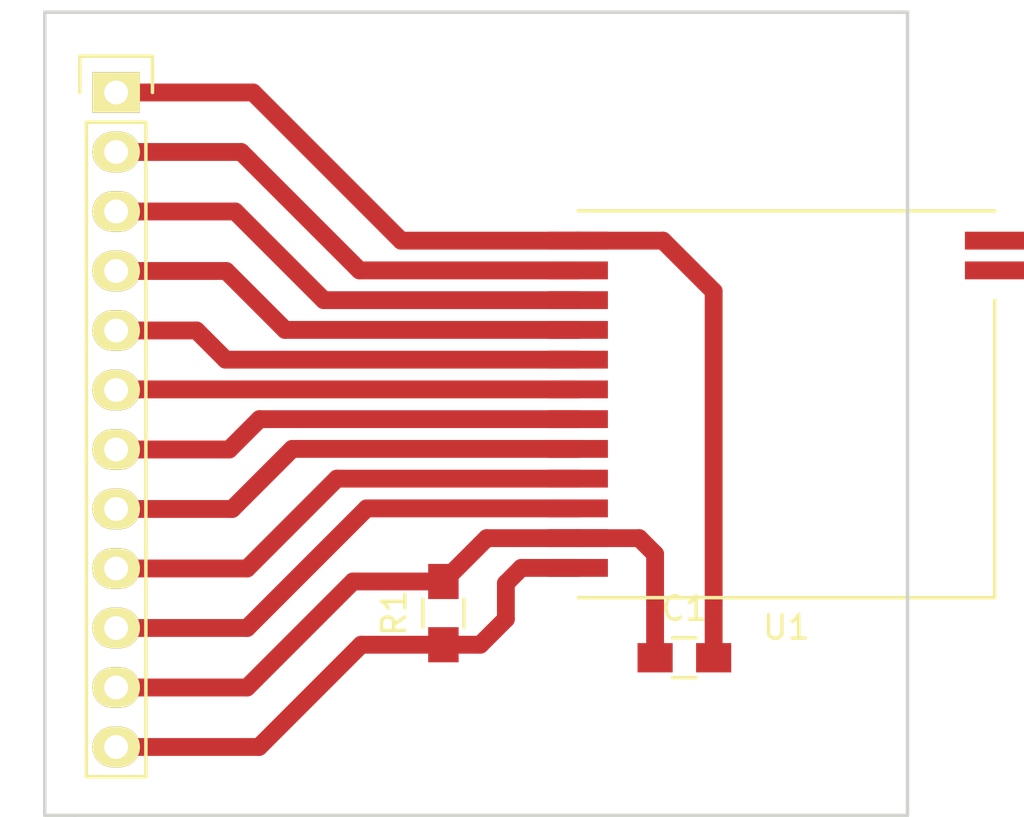
<source format=kicad_pcb>
(kicad_pcb (version 4) (host pcbnew 4.0.2+e4-6225~38~ubuntu15.10.1-stable)

  (general
    (links 16)
    (no_connects 0)
    (area 123.669667 92.454 167.7511 129.615001)
    (thickness 1.6)
    (drawings 5)
    (tracks 48)
    (zones 0)
    (modules 4)
    (nets 15)
  )

  (page A4)
  (layers
    (0 F.Cu signal)
    (31 B.Cu signal)
    (32 B.Adhes user)
    (33 F.Adhes user)
    (34 B.Paste user)
    (35 F.Paste user)
    (36 B.SilkS user)
    (37 F.SilkS user hide)
    (38 B.Mask user)
    (39 F.Mask user)
    (40 Dwgs.User user)
    (41 Cmts.User user)
    (42 Eco1.User user)
    (43 Eco2.User user)
    (44 Edge.Cuts user)
    (45 Margin user)
    (46 B.CrtYd user)
    (47 F.CrtYd user)
    (48 B.Fab user)
    (49 F.Fab user)
  )

  (setup
    (last_trace_width 0.25)
    (user_trace_width 0.254)
    (user_trace_width 0.508)
    (user_trace_width 0.762)
    (user_trace_width 1.016)
    (user_trace_width 1.27)
    (user_trace_width 1.524)
    (user_trace_width 1.778)
    (user_trace_width 2.032)
    (trace_clearance 0.2)
    (zone_clearance 0.508)
    (zone_45_only no)
    (trace_min 0.2)
    (segment_width 0.2)
    (edge_width 0.15)
    (via_size 0.6)
    (via_drill 0.4)
    (via_min_size 0.4)
    (via_min_drill 0.3)
    (uvia_size 0.3)
    (uvia_drill 0.1)
    (uvias_allowed no)
    (uvia_min_size 0)
    (uvia_min_drill 0)
    (pcb_text_width 0.3)
    (pcb_text_size 1.5 1.5)
    (mod_edge_width 0.15)
    (mod_text_size 1 1)
    (mod_text_width 0.15)
    (pad_size 2.54 0.762)
    (pad_drill 0)
    (pad_to_mask_clearance 0.2)
    (aux_axis_origin 0 0)
    (visible_elements FFFFFF5F)
    (pcbplotparams
      (layerselection 0x00030_80000001)
      (usegerberextensions false)
      (excludeedgelayer true)
      (linewidth 0.100000)
      (plotframeref false)
      (viasonmask false)
      (mode 1)
      (useauxorigin false)
      (hpglpennumber 1)
      (hpglpenspeed 20)
      (hpglpendiameter 15)
      (hpglpenoverlay 2)
      (psnegative false)
      (psa4output false)
      (plotreference true)
      (plotvalue true)
      (plotinvisibletext false)
      (padsonsilk false)
      (subtractmaskfromsilk false)
      (outputformat 1)
      (mirror false)
      (drillshape 1)
      (scaleselection 1)
      (outputdirectory "../../../Рабочий стол/lora1278/"))
  )

  (net 0 "")
  (net 1 "Net-(C1-Pad1)")
  (net 2 "Net-(C1-Pad2)")
  (net 3 "Net-(P1-Pad2)")
  (net 4 "Net-(P1-Pad3)")
  (net 5 "Net-(P1-Pad4)")
  (net 6 "Net-(P1-Pad5)")
  (net 7 "Net-(P1-Pad6)")
  (net 8 "Net-(P1-Pad7)")
  (net 9 "Net-(P1-Pad8)")
  (net 10 "Net-(P1-Pad9)")
  (net 11 "Net-(P1-Pad10)")
  (net 12 "Net-(P1-Pad12)")
  (net 13 "Net-(U1-Pad13)")
  (net 14 "Net-(U1-Pad14)")

  (net_class Default "This is the default net class."
    (clearance 0.2)
    (trace_width 0.25)
    (via_dia 0.6)
    (via_drill 0.4)
    (uvia_dia 0.3)
    (uvia_drill 0.1)
    (add_net "Net-(C1-Pad1)")
    (add_net "Net-(C1-Pad2)")
    (add_net "Net-(P1-Pad10)")
    (add_net "Net-(P1-Pad12)")
    (add_net "Net-(P1-Pad2)")
    (add_net "Net-(P1-Pad3)")
    (add_net "Net-(P1-Pad4)")
    (add_net "Net-(P1-Pad5)")
    (add_net "Net-(P1-Pad6)")
    (add_net "Net-(P1-Pad7)")
    (add_net "Net-(P1-Pad8)")
    (add_net "Net-(P1-Pad9)")
    (add_net "Net-(U1-Pad13)")
    (add_net "Net-(U1-Pad14)")
  )

  (module Capacitors_SMD:C_0805_HandSoldering (layer F.Cu) (tedit 541A9B8D) (tstamp 5795E18E)
    (at 153.035 122.809)
    (descr "Capacitor SMD 0805, hand soldering")
    (tags "capacitor 0805")
    (path /5795DF17)
    (attr smd)
    (fp_text reference C1 (at 0 -2.1) (layer F.SilkS)
      (effects (font (size 1 1) (thickness 0.15)))
    )
    (fp_text value 0.1u (at 0 2.1) (layer F.Fab)
      (effects (font (size 1 1) (thickness 0.15)))
    )
    (fp_line (start -2.3 -1) (end 2.3 -1) (layer F.CrtYd) (width 0.05))
    (fp_line (start -2.3 1) (end 2.3 1) (layer F.CrtYd) (width 0.05))
    (fp_line (start -2.3 -1) (end -2.3 1) (layer F.CrtYd) (width 0.05))
    (fp_line (start 2.3 -1) (end 2.3 1) (layer F.CrtYd) (width 0.05))
    (fp_line (start 0.5 -0.85) (end -0.5 -0.85) (layer F.SilkS) (width 0.15))
    (fp_line (start -0.5 0.85) (end 0.5 0.85) (layer F.SilkS) (width 0.15))
    (pad 1 smd rect (at -1.25 0) (size 1.5 1.25) (layers F.Cu F.Paste F.Mask)
      (net 1 "Net-(C1-Pad1)"))
    (pad 2 smd rect (at 1.25 0) (size 1.5 1.25) (layers F.Cu F.Paste F.Mask)
      (net 2 "Net-(C1-Pad2)"))
    (model Capacitors_SMD.3dshapes/C_0805_HandSoldering.wrl
      (at (xyz 0 0 0))
      (scale (xyz 1 1 1))
      (rotate (xyz 0 0 0))
    )
  )

  (module Pin_Headers:Pin_Header_Straight_1x12 (layer F.Cu) (tedit 0) (tstamp 5795E19E)
    (at 128.778 98.679)
    (descr "Through hole pin header")
    (tags "pin header")
    (path /5795DD0C)
    (fp_text reference P1 (at 0 -5.1) (layer F.SilkS)
      (effects (font (size 1 1) (thickness 0.15)))
    )
    (fp_text value CONN_01X12 (at 0 -3.1) (layer F.Fab)
      (effects (font (size 1 1) (thickness 0.15)))
    )
    (fp_line (start -1.75 -1.75) (end -1.75 29.7) (layer F.CrtYd) (width 0.05))
    (fp_line (start 1.75 -1.75) (end 1.75 29.7) (layer F.CrtYd) (width 0.05))
    (fp_line (start -1.75 -1.75) (end 1.75 -1.75) (layer F.CrtYd) (width 0.05))
    (fp_line (start -1.75 29.7) (end 1.75 29.7) (layer F.CrtYd) (width 0.05))
    (fp_line (start 1.27 1.27) (end 1.27 29.21) (layer F.SilkS) (width 0.15))
    (fp_line (start 1.27 29.21) (end -1.27 29.21) (layer F.SilkS) (width 0.15))
    (fp_line (start -1.27 29.21) (end -1.27 1.27) (layer F.SilkS) (width 0.15))
    (fp_line (start 1.55 -1.55) (end 1.55 0) (layer F.SilkS) (width 0.15))
    (fp_line (start 1.27 1.27) (end -1.27 1.27) (layer F.SilkS) (width 0.15))
    (fp_line (start -1.55 0) (end -1.55 -1.55) (layer F.SilkS) (width 0.15))
    (fp_line (start -1.55 -1.55) (end 1.55 -1.55) (layer F.SilkS) (width 0.15))
    (pad 1 thru_hole rect (at 0 0) (size 2.032 1.7272) (drill 1.016) (layers *.Cu *.Mask F.SilkS)
      (net 2 "Net-(C1-Pad2)"))
    (pad 2 thru_hole oval (at 0 2.54) (size 2.032 1.7272) (drill 1.016) (layers *.Cu *.Mask F.SilkS)
      (net 3 "Net-(P1-Pad2)"))
    (pad 3 thru_hole oval (at 0 5.08) (size 2.032 1.7272) (drill 1.016) (layers *.Cu *.Mask F.SilkS)
      (net 4 "Net-(P1-Pad3)"))
    (pad 4 thru_hole oval (at 0 7.62) (size 2.032 1.7272) (drill 1.016) (layers *.Cu *.Mask F.SilkS)
      (net 5 "Net-(P1-Pad4)"))
    (pad 5 thru_hole oval (at 0 10.16) (size 2.032 1.7272) (drill 1.016) (layers *.Cu *.Mask F.SilkS)
      (net 6 "Net-(P1-Pad5)"))
    (pad 6 thru_hole oval (at 0 12.7) (size 2.032 1.7272) (drill 1.016) (layers *.Cu *.Mask F.SilkS)
      (net 7 "Net-(P1-Pad6)"))
    (pad 7 thru_hole oval (at 0 15.24) (size 2.032 1.7272) (drill 1.016) (layers *.Cu *.Mask F.SilkS)
      (net 8 "Net-(P1-Pad7)"))
    (pad 8 thru_hole oval (at 0 17.78) (size 2.032 1.7272) (drill 1.016) (layers *.Cu *.Mask F.SilkS)
      (net 9 "Net-(P1-Pad8)"))
    (pad 9 thru_hole oval (at 0 20.32) (size 2.032 1.7272) (drill 1.016) (layers *.Cu *.Mask F.SilkS)
      (net 10 "Net-(P1-Pad9)"))
    (pad 10 thru_hole oval (at 0 22.86) (size 2.032 1.7272) (drill 1.016) (layers *.Cu *.Mask F.SilkS)
      (net 11 "Net-(P1-Pad10)"))
    (pad 11 thru_hole oval (at 0 25.4) (size 2.032 1.7272) (drill 1.016) (layers *.Cu *.Mask F.SilkS)
      (net 1 "Net-(C1-Pad1)"))
    (pad 12 thru_hole oval (at 0 27.94) (size 2.032 1.7272) (drill 1.016) (layers *.Cu *.Mask F.SilkS)
      (net 12 "Net-(P1-Pad12)"))
    (model Pin_Headers.3dshapes/Pin_Header_Straight_1x12.wrl
      (at (xyz 0 -0.55 0))
      (scale (xyz 1 1 1))
      (rotate (xyz 0 0 90))
    )
  )

  (module Resistors_SMD:R_0805_HandSoldering (layer F.Cu) (tedit 54189DEE) (tstamp 5795E1A4)
    (at 142.748 120.904 90)
    (descr "Resistor SMD 0805, hand soldering")
    (tags "resistor 0805")
    (path /5795E002)
    (attr smd)
    (fp_text reference R1 (at 0 -2.1 90) (layer F.SilkS)
      (effects (font (size 1 1) (thickness 0.15)))
    )
    (fp_text value 10k (at 0 2.1 90) (layer F.Fab)
      (effects (font (size 1 1) (thickness 0.15)))
    )
    (fp_line (start -2.4 -1) (end 2.4 -1) (layer F.CrtYd) (width 0.05))
    (fp_line (start -2.4 1) (end 2.4 1) (layer F.CrtYd) (width 0.05))
    (fp_line (start -2.4 -1) (end -2.4 1) (layer F.CrtYd) (width 0.05))
    (fp_line (start 2.4 -1) (end 2.4 1) (layer F.CrtYd) (width 0.05))
    (fp_line (start 0.6 0.875) (end -0.6 0.875) (layer F.SilkS) (width 0.15))
    (fp_line (start -0.6 -0.875) (end 0.6 -0.875) (layer F.SilkS) (width 0.15))
    (pad 1 smd rect (at -1.35 0 90) (size 1.5 1.3) (layers F.Cu F.Paste F.Mask)
      (net 12 "Net-(P1-Pad12)"))
    (pad 2 smd rect (at 1.35 0 90) (size 1.5 1.3) (layers F.Cu F.Paste F.Mask)
      (net 1 "Net-(C1-Pad1)"))
    (model Resistors_SMD.3dshapes/R_0805_HandSoldering.wrl
      (at (xyz 0 0 0))
      (scale (xyz 1 1 1))
      (rotate (xyz 0 0 0))
    )
  )

  (module lora1278:lora1278 (layer F.Cu) (tedit 5795E612) (tstamp 5795E1B9)
    (at 148.5011 105.0036)
    (path /5795DBD1)
    (fp_text reference U1 (at 8.89 16.51) (layer F.SilkS)
      (effects (font (size 1 1) (thickness 0.15)))
    )
    (fp_text value lora1278 (at 8.89 0) (layer F.Fab)
      (effects (font (size 1 1) (thickness 0.15)))
    )
    (fp_line (start 17.78 15.24) (end 17.78 2.54) (layer F.SilkS) (width 0.15))
    (fp_line (start 0 15.24) (end 17.78 15.24) (layer F.SilkS) (width 0.15))
    (fp_line (start 0 -1.27) (end 17.78 -1.27) (layer F.SilkS) (width 0.15))
    (pad 1 smd rect (at 0 0) (size 2.54 0.762) (layers F.Cu F.Paste F.Mask)
      (net 2 "Net-(C1-Pad2)"))
    (pad 2 smd rect (at 0 1.27) (size 2.54 0.762) (layers F.Cu F.Paste F.Mask)
      (net 3 "Net-(P1-Pad2)"))
    (pad 3 smd rect (at 0 2.54) (size 2.54 0.762) (layers F.Cu F.Paste F.Mask)
      (net 4 "Net-(P1-Pad3)"))
    (pad 4 smd rect (at 0 3.81) (size 2.54 0.762) (layers F.Cu F.Paste F.Mask)
      (net 5 "Net-(P1-Pad4)"))
    (pad 5 smd rect (at 0 5.08) (size 2.54 0.762) (layers F.Cu F.Paste F.Mask)
      (net 6 "Net-(P1-Pad5)"))
    (pad 6 smd rect (at 0 6.35) (size 2.54 0.762) (layers F.Cu F.Paste F.Mask)
      (net 7 "Net-(P1-Pad6)"))
    (pad 7 smd rect (at 0 7.62) (size 2.54 0.762) (layers F.Cu F.Paste F.Mask)
      (net 8 "Net-(P1-Pad7)"))
    (pad 8 smd rect (at 0 8.89) (size 2.54 0.762) (layers F.Cu F.Paste F.Mask)
      (net 9 "Net-(P1-Pad8)"))
    (pad 9 smd rect (at 0 10.16) (size 2.54 0.762) (layers F.Cu F.Paste F.Mask)
      (net 10 "Net-(P1-Pad9)"))
    (pad 10 smd rect (at 0 11.43) (size 2.54 0.762) (layers F.Cu F.Paste F.Mask)
      (net 11 "Net-(P1-Pad10)"))
    (pad 11 smd rect (at 0 12.7) (size 2.54 0.762) (layers F.Cu F.Paste F.Mask)
      (net 1 "Net-(C1-Pad1)"))
    (pad 12 smd rect (at 0 13.97) (size 2.54 0.762) (layers F.Cu F.Paste F.Mask)
      (net 12 "Net-(P1-Pad12)"))
    (pad 13 smd rect (at 17.78 0) (size 2.54 0.762) (layers F.Cu F.Paste F.Mask)
      (net 13 "Net-(U1-Pad13)"))
    (pad 14 smd rect (at 17.78 1.27) (size 2.54 0.762) (layers F.Cu F.Paste F.Mask)
      (net 14 "Net-(U1-Pad14)"))
  )

  (gr_line (start 125.73 129.54) (end 127 129.54) (angle 90) (layer Edge.Cuts) (width 0.15))
  (gr_line (start 125.73 95.25) (end 125.73 129.54) (angle 90) (layer Edge.Cuts) (width 0.15))
  (gr_line (start 162.56 95.25) (end 125.73 95.25) (angle 90) (layer Edge.Cuts) (width 0.15))
  (gr_line (start 162.56 129.54) (end 162.56 95.25) (angle 90) (layer Edge.Cuts) (width 0.15))
  (gr_line (start 127 129.54) (end 162.56 129.54) (angle 90) (layer Edge.Cuts) (width 0.15))

  (segment (start 142.748 119.554) (end 138.891 119.554) (width 0.762) (layer F.Cu) (net 1))
  (segment (start 134.366 124.079) (end 128.778 124.079) (width 0.762) (layer F.Cu) (net 1) (tstamp 5795E223))
  (segment (start 138.891 119.554) (end 134.366 124.079) (width 0.762) (layer F.Cu) (net 1) (tstamp 5795E221))
  (segment (start 148.5011 117.7036) (end 144.5984 117.7036) (width 0.762) (layer F.Cu) (net 1))
  (segment (start 144.5984 117.7036) (end 142.748 119.554) (width 0.762) (layer F.Cu) (net 1) (tstamp 5795E21E))
  (segment (start 148.5011 117.7036) (end 151.1046 117.7036) (width 0.762) (layer F.Cu) (net 1))
  (segment (start 151.785 118.384) (end 151.785 122.809) (width 0.762) (layer F.Cu) (net 1) (tstamp 5795E1E6))
  (segment (start 151.1046 117.7036) (end 151.785 118.384) (width 0.762) (layer F.Cu) (net 1) (tstamp 5795E1E5))
  (segment (start 148.5011 105.0036) (end 140.9446 105.0036) (width 0.762) (layer F.Cu) (net 2))
  (segment (start 134.62 98.679) (end 128.778 98.679) (width 0.762) (layer F.Cu) (net 2) (tstamp 5795E25D))
  (segment (start 140.9446 105.0036) (end 134.62 98.679) (width 0.762) (layer F.Cu) (net 2) (tstamp 5795E25B))
  (segment (start 154.285 122.809) (end 154.285 107.168) (width 0.762) (layer F.Cu) (net 2))
  (segment (start 152.1206 105.0036) (end 148.5011 105.0036) (width 0.762) (layer F.Cu) (net 2) (tstamp 5795E1EA))
  (segment (start 154.285 107.168) (end 152.1206 105.0036) (width 0.762) (layer F.Cu) (net 2) (tstamp 5795E1E9))
  (segment (start 148.5011 106.2736) (end 139.1666 106.2736) (width 0.762) (layer F.Cu) (net 3))
  (segment (start 134.112 101.219) (end 128.778 101.219) (width 0.762) (layer F.Cu) (net 3) (tstamp 5795E257))
  (segment (start 139.1666 106.2736) (end 134.112 101.219) (width 0.762) (layer F.Cu) (net 3) (tstamp 5795E255))
  (segment (start 148.5011 107.5436) (end 137.6426 107.5436) (width 0.762) (layer F.Cu) (net 4))
  (segment (start 133.858 103.759) (end 128.778 103.759) (width 0.762) (layer F.Cu) (net 4) (tstamp 5795E251))
  (segment (start 137.6426 107.5436) (end 133.858 103.759) (width 0.762) (layer F.Cu) (net 4) (tstamp 5795E24B))
  (segment (start 148.5011 108.8136) (end 135.9916 108.8136) (width 0.762) (layer F.Cu) (net 5))
  (segment (start 133.477 106.299) (end 128.778 106.299) (width 0.762) (layer F.Cu) (net 5) (tstamp 5795E247))
  (segment (start 135.9916 108.8136) (end 133.477 106.299) (width 0.762) (layer F.Cu) (net 5) (tstamp 5795E244))
  (segment (start 148.5011 110.0836) (end 133.4516 110.0836) (width 0.762) (layer F.Cu) (net 6))
  (segment (start 132.207 108.839) (end 128.778 108.839) (width 0.762) (layer F.Cu) (net 6) (tstamp 5795E240))
  (segment (start 133.4516 110.0836) (end 132.207 108.839) (width 0.762) (layer F.Cu) (net 6) (tstamp 5795E23C))
  (segment (start 148.5011 111.3536) (end 128.8034 111.3536) (width 0.762) (layer F.Cu) (net 7))
  (segment (start 128.8034 111.3536) (end 128.778 111.379) (width 0.762) (layer F.Cu) (net 7) (tstamp 5795E1D6))
  (segment (start 148.5011 112.6236) (end 134.8994 112.6236) (width 0.762) (layer F.Cu) (net 8))
  (segment (start 133.604 113.919) (end 128.778 113.919) (width 0.762) (layer F.Cu) (net 8) (tstamp 5795E1DA))
  (segment (start 134.8994 112.6236) (end 133.604 113.919) (width 0.762) (layer F.Cu) (net 8) (tstamp 5795E1D9))
  (segment (start 148.5011 113.8936) (end 136.2964 113.8936) (width 0.762) (layer F.Cu) (net 9))
  (segment (start 133.731 116.459) (end 128.778 116.459) (width 0.762) (layer F.Cu) (net 9) (tstamp 5795E20F))
  (segment (start 136.2964 113.8936) (end 133.731 116.459) (width 0.762) (layer F.Cu) (net 9) (tstamp 5795E20E))
  (segment (start 148.5011 115.1636) (end 138.2014 115.1636) (width 0.762) (layer F.Cu) (net 10))
  (segment (start 134.366 118.999) (end 128.778 118.999) (width 0.762) (layer F.Cu) (net 10) (tstamp 5795E214))
  (segment (start 138.2014 115.1636) (end 134.366 118.999) (width 0.762) (layer F.Cu) (net 10) (tstamp 5795E212))
  (segment (start 148.5011 116.4336) (end 139.4714 116.4336) (width 0.762) (layer F.Cu) (net 11))
  (segment (start 134.366 121.539) (end 128.778 121.539) (width 0.762) (layer F.Cu) (net 11) (tstamp 5795E21A))
  (segment (start 139.4714 116.4336) (end 134.366 121.539) (width 0.762) (layer F.Cu) (net 11) (tstamp 5795E218))
  (segment (start 142.748 122.254) (end 144.319 122.254) (width 0.762) (layer F.Cu) (net 12))
  (segment (start 146.0754 118.9736) (end 148.5011 118.9736) (width 0.762) (layer F.Cu) (net 12) (tstamp 5795E230))
  (segment (start 145.415 119.634) (end 146.0754 118.9736) (width 0.762) (layer F.Cu) (net 12) (tstamp 5795E22F))
  (segment (start 145.415 121.158) (end 145.415 119.634) (width 0.762) (layer F.Cu) (net 12) (tstamp 5795E22E))
  (segment (start 144.319 122.254) (end 145.415 121.158) (width 0.762) (layer F.Cu) (net 12) (tstamp 5795E22D))
  (segment (start 128.778 126.619) (end 134.874 126.619) (width 0.762) (layer F.Cu) (net 12))
  (segment (start 139.239 122.254) (end 142.748 122.254) (width 0.762) (layer F.Cu) (net 12) (tstamp 5795E229))
  (segment (start 134.874 126.619) (end 139.239 122.254) (width 0.762) (layer F.Cu) (net 12) (tstamp 5795E227))

)

</source>
